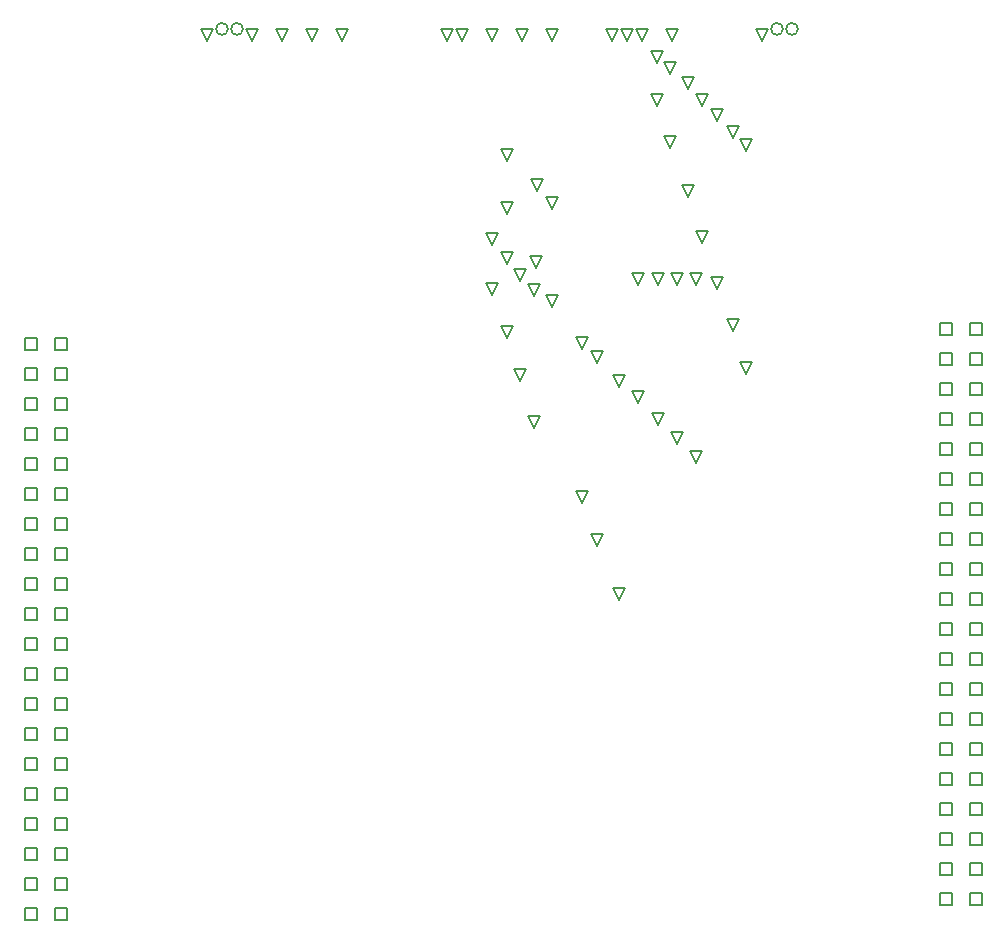
<source format=gbr>
%TF.GenerationSoftware,Altium Limited,Altium Designer,22.11.1 (43)*%
G04 Layer_Color=2752767*
%FSLAX45Y45*%
%MOMM*%
%TF.SameCoordinates,C297AA42-F212-4987-B5A2-20FF98F52B47*%
%TF.FilePolarity,Positive*%
%TF.FileFunction,Drawing*%
%TF.Part,Single*%
G01*
G75*
%TA.AperFunction,NonConductor*%
%ADD33C,0.12700*%
%ADD34C,0.16933*%
D33*
X8775700Y2044700D02*
Y2146300D01*
X8877300D01*
Y2044700D01*
X8775700D01*
X8521700D02*
Y2146300D01*
X8623300D01*
Y2044700D01*
X8521700D01*
X8775700Y2298700D02*
Y2400300D01*
X8877300D01*
Y2298700D01*
X8775700D01*
X8521700D02*
Y2400300D01*
X8623300D01*
Y2298700D01*
X8521700D01*
X8775700Y2552700D02*
Y2654300D01*
X8877300D01*
Y2552700D01*
X8775700D01*
X8521700D02*
Y2654300D01*
X8623300D01*
Y2552700D01*
X8521700D01*
X8775700Y2806700D02*
Y2908300D01*
X8877300D01*
Y2806700D01*
X8775700D01*
X8521700D02*
Y2908300D01*
X8623300D01*
Y2806700D01*
X8521700D01*
X8775700Y3060700D02*
Y3162300D01*
X8877300D01*
Y3060700D01*
X8775700D01*
X8521700D02*
Y3162300D01*
X8623300D01*
Y3060700D01*
X8521700D01*
X8775700Y3314700D02*
Y3416300D01*
X8877300D01*
Y3314700D01*
X8775700D01*
X8521700D02*
Y3416300D01*
X8623300D01*
Y3314700D01*
X8521700D01*
X8775700Y3568700D02*
Y3670300D01*
X8877300D01*
Y3568700D01*
X8775700D01*
X8521700D02*
Y3670300D01*
X8623300D01*
Y3568700D01*
X8521700D01*
X8775700Y3822700D02*
Y3924300D01*
X8877300D01*
Y3822700D01*
X8775700D01*
X8521700D02*
Y3924300D01*
X8623300D01*
Y3822700D01*
X8521700D01*
X8775700Y4076700D02*
Y4178300D01*
X8877300D01*
Y4076700D01*
X8775700D01*
X8521700D02*
Y4178300D01*
X8623300D01*
Y4076700D01*
X8521700D01*
X8775700Y4330700D02*
Y4432300D01*
X8877300D01*
Y4330700D01*
X8775700D01*
X8521700D02*
Y4432300D01*
X8623300D01*
Y4330700D01*
X8521700D01*
X8775700Y4584700D02*
Y4686300D01*
X8877300D01*
Y4584700D01*
X8775700D01*
X8521700D02*
Y4686300D01*
X8623300D01*
Y4584700D01*
X8521700D01*
X8775700Y4838700D02*
Y4940300D01*
X8877300D01*
Y4838700D01*
X8775700D01*
X8521700D02*
Y4940300D01*
X8623300D01*
Y4838700D01*
X8521700D01*
X8775700Y5092700D02*
Y5194300D01*
X8877300D01*
Y5092700D01*
X8775700D01*
X8521700D02*
Y5194300D01*
X8623300D01*
Y5092700D01*
X8521700D01*
X8775700Y5346700D02*
Y5448300D01*
X8877300D01*
Y5346700D01*
X8775700D01*
X8521700D02*
Y5448300D01*
X8623300D01*
Y5346700D01*
X8521700D01*
X8775700Y5600700D02*
Y5702300D01*
X8877300D01*
Y5600700D01*
X8775700D01*
X8521700D02*
Y5702300D01*
X8623300D01*
Y5600700D01*
X8521700D01*
X8775700Y5854700D02*
Y5956300D01*
X8877300D01*
Y5854700D01*
X8775700D01*
X8521700D02*
Y5956300D01*
X8623300D01*
Y5854700D01*
X8521700D01*
X8775700Y6108700D02*
Y6210300D01*
X8877300D01*
Y6108700D01*
X8775700D01*
X8521700D02*
Y6210300D01*
X8623300D01*
Y6108700D01*
X8521700D01*
X8775700Y6362700D02*
Y6464300D01*
X8877300D01*
Y6362700D01*
X8775700D01*
X8521700D02*
Y6464300D01*
X8623300D01*
Y6362700D01*
X8521700D01*
X8775700Y6616700D02*
Y6718300D01*
X8877300D01*
Y6616700D01*
X8775700D01*
X8521700D02*
Y6718300D01*
X8623300D01*
Y6616700D01*
X8521700D01*
X8775700Y6870700D02*
Y6972300D01*
X8877300D01*
Y6870700D01*
X8775700D01*
X8521700D02*
Y6972300D01*
X8623300D01*
Y6870700D01*
X8521700D01*
X1028700Y1917700D02*
Y2019300D01*
X1130300D01*
Y1917700D01*
X1028700D01*
X774700D02*
Y2019300D01*
X876300D01*
Y1917700D01*
X774700D01*
X1028700Y2171700D02*
Y2273300D01*
X1130300D01*
Y2171700D01*
X1028700D01*
X774700D02*
Y2273300D01*
X876300D01*
Y2171700D01*
X774700D01*
X1028700Y2425700D02*
Y2527300D01*
X1130300D01*
Y2425700D01*
X1028700D01*
X774700D02*
Y2527300D01*
X876300D01*
Y2425700D01*
X774700D01*
X1028700Y2679700D02*
Y2781300D01*
X1130300D01*
Y2679700D01*
X1028700D01*
X774700D02*
Y2781300D01*
X876300D01*
Y2679700D01*
X774700D01*
X1028700Y2933700D02*
Y3035300D01*
X1130300D01*
Y2933700D01*
X1028700D01*
X774700D02*
Y3035300D01*
X876300D01*
Y2933700D01*
X774700D01*
X1028700Y3187700D02*
Y3289300D01*
X1130300D01*
Y3187700D01*
X1028700D01*
X774700D02*
Y3289300D01*
X876300D01*
Y3187700D01*
X774700D01*
X1028700Y3441700D02*
Y3543300D01*
X1130300D01*
Y3441700D01*
X1028700D01*
X774700D02*
Y3543300D01*
X876300D01*
Y3441700D01*
X774700D01*
X1028700Y3695700D02*
Y3797300D01*
X1130300D01*
Y3695700D01*
X1028700D01*
X774700D02*
Y3797300D01*
X876300D01*
Y3695700D01*
X774700D01*
X1028700Y3949700D02*
Y4051300D01*
X1130300D01*
Y3949700D01*
X1028700D01*
X774700D02*
Y4051300D01*
X876300D01*
Y3949700D01*
X774700D01*
X1028700Y4203700D02*
Y4305300D01*
X1130300D01*
Y4203700D01*
X1028700D01*
X774700D02*
Y4305300D01*
X876300D01*
Y4203700D01*
X774700D01*
X1028700Y4457700D02*
Y4559300D01*
X1130300D01*
Y4457700D01*
X1028700D01*
X774700D02*
Y4559300D01*
X876300D01*
Y4457700D01*
X774700D01*
X1028700Y4711700D02*
Y4813300D01*
X1130300D01*
Y4711700D01*
X1028700D01*
X774700D02*
Y4813300D01*
X876300D01*
Y4711700D01*
X774700D01*
X1028700Y4965700D02*
Y5067300D01*
X1130300D01*
Y4965700D01*
X1028700D01*
X774700D02*
Y5067300D01*
X876300D01*
Y4965700D01*
X774700D01*
X1028700Y5219700D02*
Y5321300D01*
X1130300D01*
Y5219700D01*
X1028700D01*
X774700D02*
Y5321300D01*
X876300D01*
Y5219700D01*
X774700D01*
X1028700Y5473700D02*
Y5575300D01*
X1130300D01*
Y5473700D01*
X1028700D01*
X774700D02*
Y5575300D01*
X876300D01*
Y5473700D01*
X774700D01*
X1028700Y5727700D02*
Y5829300D01*
X1130300D01*
Y5727700D01*
X1028700D01*
X774700D02*
Y5829300D01*
X876300D01*
Y5727700D01*
X774700D01*
X1028700Y5981700D02*
Y6083300D01*
X1130300D01*
Y5981700D01*
X1028700D01*
X774700D02*
Y6083300D01*
X876300D01*
Y5981700D01*
X774700D01*
X1028700Y6235700D02*
Y6337300D01*
X1130300D01*
Y6235700D01*
X1028700D01*
X774700D02*
Y6337300D01*
X876300D01*
Y6235700D01*
X774700D01*
X1028700Y6489700D02*
Y6591300D01*
X1130300D01*
Y6489700D01*
X1028700D01*
X774700D02*
Y6591300D01*
X876300D01*
Y6489700D01*
X774700D01*
X1028700Y6743700D02*
Y6845300D01*
X1130300D01*
Y6743700D01*
X1028700D01*
X774700D02*
Y6845300D01*
X876300D01*
Y6743700D01*
X774700D01*
X4968664Y6480536D02*
X4917864Y6582136D01*
X5019464D01*
X4968664Y6480536D01*
X6000700Y9359200D02*
X5949900Y9460800D01*
X6051500D01*
X6000700Y9359200D01*
X6130000Y9169200D02*
X6079200Y9270800D01*
X6180800D01*
X6130000Y9169200D01*
X6254700Y9359200D02*
X6203900Y9460800D01*
X6305500D01*
X6254700Y9359200D01*
X6460000Y7289200D02*
X6409200Y7390800D01*
X6510800D01*
X6460000Y7289200D01*
Y5789200D02*
X6409200Y5890800D01*
X6510800D01*
X6460000Y5789200D01*
X5970000Y6289200D02*
X5919200Y6390800D01*
X6020800D01*
X5970000Y6289200D01*
X6300000Y5949200D02*
X6249200Y6050800D01*
X6350800D01*
X6300000Y5949200D01*
Y7289200D02*
X6249200Y7390800D01*
X6350800D01*
X6300000Y7289200D01*
X6140000D02*
X6089200Y7390800D01*
X6190800D01*
X6140000Y7289200D01*
Y6109200D02*
X6089200Y6210800D01*
X6190800D01*
X6140000Y6109200D01*
X6390000Y8037200D02*
X6339200Y8138800D01*
X6440800D01*
X6390000Y8037200D01*
X6130000Y8805200D02*
X6079200Y8906800D01*
X6180800D01*
X6130000Y8805200D01*
X6240000Y9079200D02*
X6189200Y9180800D01*
X6290800D01*
X6240000Y9079200D01*
X6390000Y8949200D02*
X6339200Y9050800D01*
X6440800D01*
X6390000Y8949200D01*
X6240000Y8449200D02*
X6189200Y8550800D01*
X6290800D01*
X6240000Y8449200D01*
X6510000Y8809200D02*
X6459200Y8910800D01*
X6560800D01*
X6510000Y8809200D01*
X5970000Y7289200D02*
X5919200Y7390800D01*
X6020800D01*
X5970000Y7289200D01*
X5810000Y4629200D02*
X5759200Y4730800D01*
X5860800D01*
X5810000Y4629200D01*
Y6429200D02*
X5759200Y6530800D01*
X5860800D01*
X5810000Y6429200D01*
X5873700Y9359200D02*
X5822900Y9460800D01*
X5924500D01*
X5873700Y9359200D01*
X5746700D02*
X5695900Y9460800D01*
X5797500D01*
X5746700Y9359200D01*
X5620000Y6629200D02*
X5569200Y6730800D01*
X5670800D01*
X5620000Y6629200D01*
X5490000Y6749200D02*
X5439200Y6850800D01*
X5540800D01*
X5490000Y6749200D01*
X5620000Y5079200D02*
X5569200Y5180800D01*
X5670800D01*
X5620000Y5079200D01*
X5490000Y5449200D02*
X5439200Y5550800D01*
X5540800D01*
X5490000Y5449200D01*
X5240000Y7109200D02*
X5189200Y7210800D01*
X5290800D01*
X5240000Y7109200D01*
X5090000Y7199200D02*
X5039200Y7300800D01*
X5140800D01*
X5090000Y7199200D01*
X5240000Y7939200D02*
X5189200Y8040800D01*
X5290800D01*
X5240000Y7939200D01*
X5100000Y7439200D02*
X5049200Y7540800D01*
X5150800D01*
X5100000Y7439200D01*
X4970000Y7329200D02*
X4919200Y7430800D01*
X5020800D01*
X4970000Y7329200D01*
X5110000Y8089200D02*
X5059200Y8190800D01*
X5160800D01*
X5110000Y8089200D01*
X4984700Y9359200D02*
X4933900Y9460800D01*
X5035500D01*
X4984700Y9359200D01*
X5090000Y6079200D02*
X5039200Y6180800D01*
X5140800D01*
X5090000Y6079200D01*
X4860000Y7469200D02*
X4809200Y7570800D01*
X4910800D01*
X4860000Y7469200D01*
Y6839200D02*
X4809200Y6940800D01*
X4910800D01*
X4860000Y6839200D01*
X4730000Y7209200D02*
X4679200Y7310800D01*
X4780800D01*
X4730000Y7209200D01*
Y7629200D02*
X4679200Y7730800D01*
X4780800D01*
X4730000Y7629200D01*
X4860000Y7889200D02*
X4809200Y7990800D01*
X4910800D01*
X4860000Y7889200D01*
X4476700Y9359200D02*
X4425900Y9460800D01*
X4527500D01*
X4476700Y9359200D01*
X4860000Y8339200D02*
X4809200Y8440800D01*
X4910800D01*
X4860000Y8339200D01*
X6880000Y6539200D02*
X6829200Y6640800D01*
X6930800D01*
X6880000Y6539200D01*
Y8429200D02*
X6829200Y8530800D01*
X6930800D01*
X6880000Y8429200D01*
X6770000Y6899200D02*
X6719200Y7000800D01*
X6820800D01*
X6770000Y6899200D01*
Y8539200D02*
X6719200Y8640800D01*
X6820800D01*
X6770000Y8539200D01*
X6640000Y8679200D02*
X6589200Y8780800D01*
X6690800D01*
X6640000Y8679200D01*
Y7259200D02*
X6589200Y7360800D01*
X6690800D01*
X6640000Y7259200D01*
X6510000Y7649200D02*
X6459200Y7750800D01*
X6560800D01*
X6510000Y7649200D01*
X5238700Y9359200D02*
X5187900Y9460800D01*
X5289500D01*
X5238700Y9359200D01*
X7016700D02*
X6965900Y9460800D01*
X7067500D01*
X7016700Y9359200D01*
X3457750D02*
X3406950Y9460800D01*
X3508550D01*
X3457750Y9359200D01*
X4349700D02*
X4298900Y9460800D01*
X4400500D01*
X4349700Y9359200D01*
X2952700D02*
X2901900Y9460800D01*
X3003500D01*
X2952700Y9359200D01*
X4730700D02*
X4679900Y9460800D01*
X4781500D01*
X4730700Y9359200D01*
X3206700D02*
X3155900Y9460800D01*
X3257500D01*
X3206700Y9359200D01*
X2698700D02*
X2647900Y9460800D01*
X2749500D01*
X2698700Y9359200D01*
X2317700D02*
X2266900Y9460800D01*
X2368500D01*
X2317700Y9359200D01*
D34*
X2495500Y9460000D02*
G03*
X2495500Y9460000I-50800J0D01*
G01*
X2622500D02*
G03*
X2622500Y9460000I-50800J0D01*
G01*
X7321500D02*
G03*
X7321500Y9460000I-50800J0D01*
G01*
X7194500D02*
G03*
X7194500Y9460000I-50800J0D01*
G01*
%TF.MD5,c157ce9516af48d17d4d78b481fbedab*%
M02*

</source>
